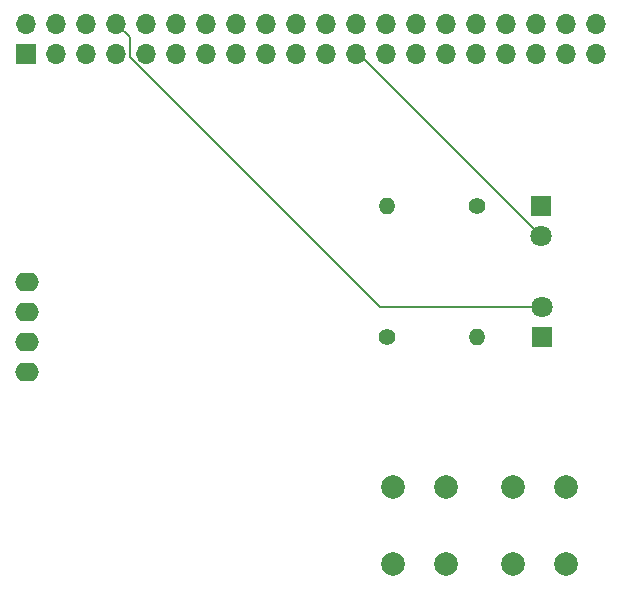
<source format=gbl>
G04 #@! TF.GenerationSoftware,KiCad,Pcbnew,5.1.9-5.1.9*
G04 #@! TF.CreationDate,2021-03-22T11:55:19+01:00*
G04 #@! TF.ProjectId,tomodachi,746f6d6f-6461-4636-9869-2e6b69636164,2.2*
G04 #@! TF.SameCoordinates,Original*
G04 #@! TF.FileFunction,Copper,L2,Bot*
G04 #@! TF.FilePolarity,Positive*
%FSLAX46Y46*%
G04 Gerber Fmt 4.6, Leading zero omitted, Abs format (unit mm)*
G04 Created by KiCad (PCBNEW 5.1.9-5.1.9) date 2021-03-22 11:55:19*
%MOMM*%
%LPD*%
G01*
G04 APERTURE LIST*
G04 #@! TA.AperFunction,ComponentPad*
%ADD10C,2.000000*%
G04 #@! TD*
G04 #@! TA.AperFunction,ComponentPad*
%ADD11O,1.400000X1.400000*%
G04 #@! TD*
G04 #@! TA.AperFunction,ComponentPad*
%ADD12C,1.400000*%
G04 #@! TD*
G04 #@! TA.AperFunction,ComponentPad*
%ADD13C,1.800000*%
G04 #@! TD*
G04 #@! TA.AperFunction,ComponentPad*
%ADD14R,1.800000X1.800000*%
G04 #@! TD*
G04 #@! TA.AperFunction,ComponentPad*
%ADD15O,2.000000X1.600000*%
G04 #@! TD*
G04 #@! TA.AperFunction,ComponentPad*
%ADD16R,1.700000X1.700000*%
G04 #@! TD*
G04 #@! TA.AperFunction,ComponentPad*
%ADD17O,1.700000X1.700000*%
G04 #@! TD*
G04 #@! TA.AperFunction,Conductor*
%ADD18C,0.200000*%
G04 #@! TD*
G04 APERTURE END LIST*
D10*
X239400000Y-135480000D03*
X243900000Y-135480000D03*
X239400000Y-141980000D03*
X243900000Y-141980000D03*
X249593500Y-135435500D03*
X254093500Y-135435500D03*
X249593500Y-141935500D03*
X254093500Y-141935500D03*
D11*
X246482000Y-122758500D03*
D12*
X238862000Y-122758500D03*
D11*
X238862000Y-111646000D03*
D12*
X246482000Y-111646000D03*
D13*
X252006500Y-120218500D03*
D14*
X252006500Y-122758500D03*
D13*
X251943000Y-114186000D03*
D14*
X251943000Y-111646000D03*
D15*
X208386500Y-118123500D03*
X208386500Y-120663500D03*
X208386500Y-125743500D03*
X208386500Y-123203500D03*
D16*
X208370000Y-98770000D03*
D17*
X208370000Y-96230000D03*
X210910000Y-98770000D03*
X210910000Y-96230000D03*
X213450000Y-98770000D03*
X213450000Y-96230000D03*
X215990000Y-98770000D03*
X215990000Y-96230000D03*
X218530000Y-98770000D03*
X218530000Y-96230000D03*
X221070000Y-98770000D03*
X221070000Y-96230000D03*
X223610000Y-98770000D03*
X223610000Y-96230000D03*
X226150000Y-98770000D03*
X226150000Y-96230000D03*
X228690000Y-98770000D03*
X228690000Y-96230000D03*
X231230000Y-98770000D03*
X231230000Y-96230000D03*
X233770000Y-98770000D03*
X233770000Y-96230000D03*
X236310000Y-98770000D03*
X236310000Y-96230000D03*
X238850000Y-98770000D03*
X238850000Y-96230000D03*
X241390000Y-98770000D03*
X241390000Y-96230000D03*
X243930000Y-98770000D03*
X243930000Y-96230000D03*
X246470000Y-98770000D03*
X246470000Y-96230000D03*
X249010000Y-98770000D03*
X249010000Y-96230000D03*
X251550000Y-98770000D03*
X251550000Y-96230000D03*
X254090000Y-98770000D03*
X254090000Y-96230000D03*
X256630000Y-98770000D03*
X256630000Y-96230000D03*
D18*
X217140001Y-97380001D02*
X215990000Y-96230000D01*
X217140001Y-99082003D02*
X217140001Y-97380001D01*
X238276498Y-120218500D02*
X217140001Y-99082003D01*
X252006500Y-120218500D02*
X238276498Y-120218500D01*
X236527000Y-98770000D02*
X236310000Y-98770000D01*
X251943000Y-114186000D02*
X236527000Y-98770000D01*
M02*

</source>
